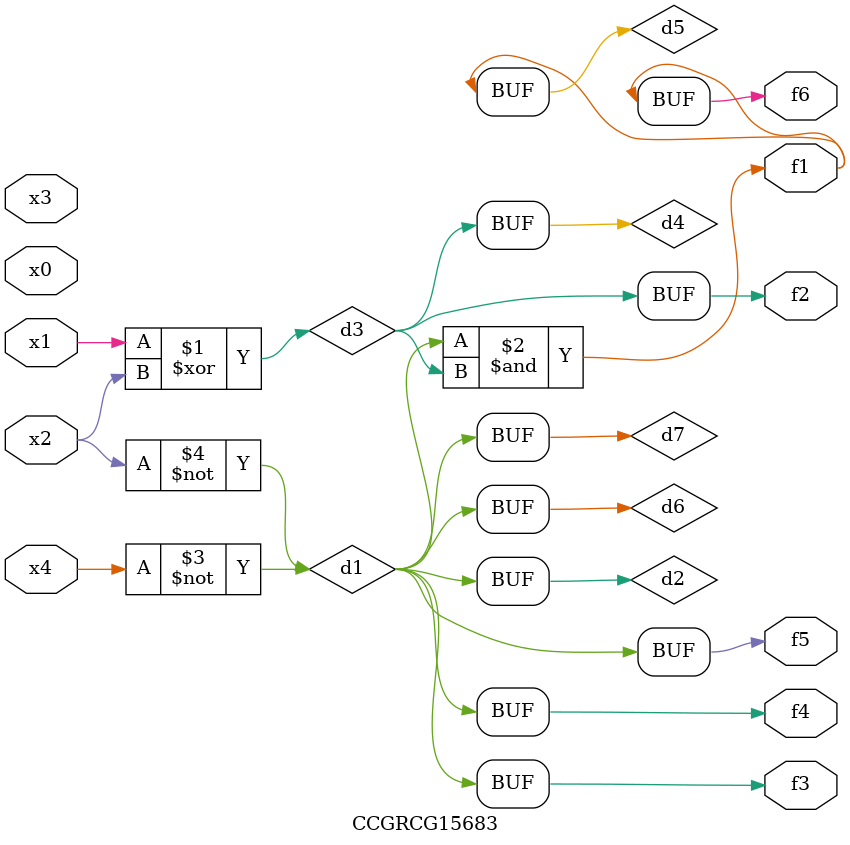
<source format=v>
module CCGRCG15683(
	input x0, x1, x2, x3, x4,
	output f1, f2, f3, f4, f5, f6
);

	wire d1, d2, d3, d4, d5, d6, d7;

	not (d1, x4);
	not (d2, x2);
	xor (d3, x1, x2);
	buf (d4, d3);
	and (d5, d1, d3);
	buf (d6, d1, d2);
	buf (d7, d2);
	assign f1 = d5;
	assign f2 = d4;
	assign f3 = d7;
	assign f4 = d7;
	assign f5 = d7;
	assign f6 = d5;
endmodule

</source>
